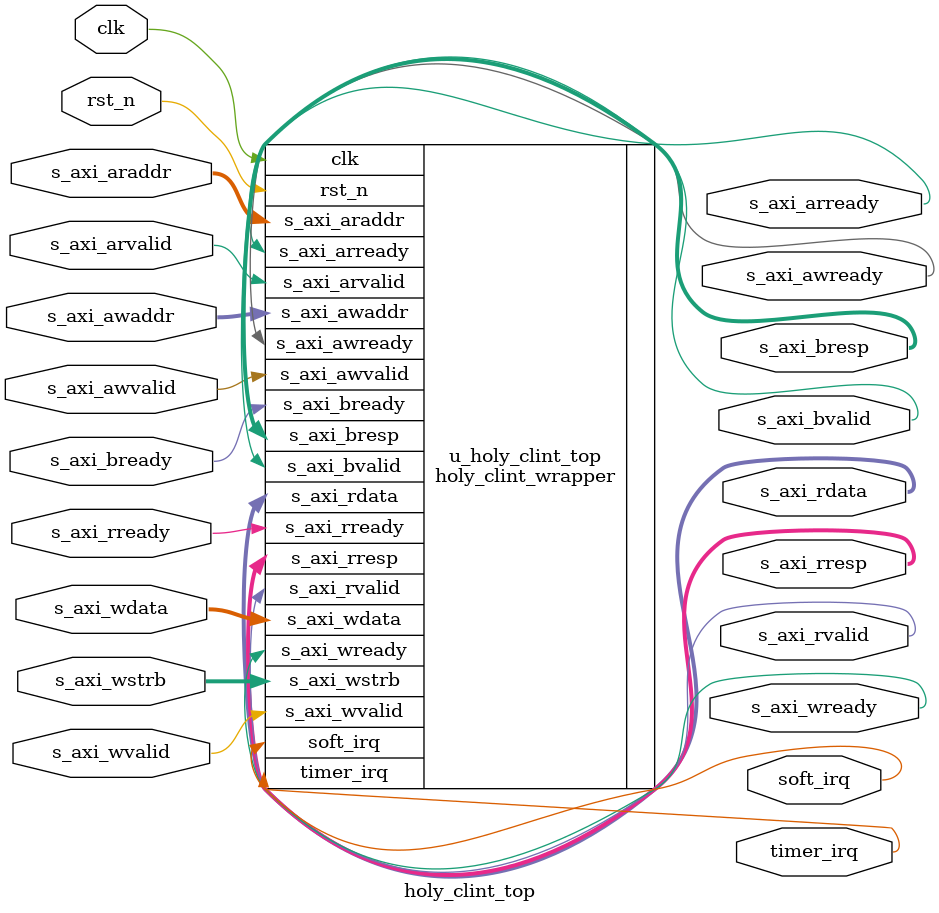
<source format=v>
/**
 *   HOLY_CLINT_AXI_LITE
 *
 *   Author : BRH
 *   Description : Pure Verilog wrapper for the Holy Core CLINT.
 *                 No SystemVerilog features. Ready for Vivado integration.
 */

module holy_clint_top #(
    parameter BASE_ADDR = 32'h0000_0000
)(
    input  wire                  clk,
    input  wire                  rst_n,

    // AXI Lite slave interface
    input  wire [31:0]           s_axi_awaddr,
    input  wire                  s_axi_awvalid,
    output wire                  s_axi_awready,
    input  wire [31:0]           s_axi_wdata,
    input  wire [3:0]            s_axi_wstrb,
    input  wire                  s_axi_wvalid,
    output wire                  s_axi_wready,
    output wire [1:0]            s_axi_bresp,
    output wire                  s_axi_bvalid,
    input  wire                  s_axi_bready,

    input  wire [31:0]           s_axi_araddr,
    input  wire                  s_axi_arvalid,
    output wire                  s_axi_arready,
    output wire [31:0]           s_axi_rdata,
    output wire [1:0]            s_axi_rresp,
    output wire                  s_axi_rvalid,
    input  wire                  s_axi_rready,

    // Interrupt outputs
    output wire                  timer_irq,
    output wire                  soft_irq
);

    // Instantiate stripped-down CLINT module
    holy_clint_wrapper #(
        .BASE_ADDR(BASE_ADDR)
    ) u_holy_clint_top (
        .clk(clk),
        .rst_n(rst_n),

        .s_axi_awaddr(s_axi_awaddr),
        .s_axi_awvalid(s_axi_awvalid),
        .s_axi_awready(s_axi_awready),
        .s_axi_wdata(s_axi_wdata),
        .s_axi_wstrb(s_axi_wstrb),
        .s_axi_wvalid(s_axi_wvalid),
        .s_axi_wready(s_axi_wready),
        .s_axi_bresp(s_axi_bresp),
        .s_axi_bvalid(s_axi_bvalid),
        .s_axi_bready(s_axi_bready),
        .s_axi_araddr(s_axi_araddr),
        .s_axi_arvalid(s_axi_arvalid),
        .s_axi_arready(s_axi_arready),
        .s_axi_rdata(s_axi_rdata),
        .s_axi_rresp(s_axi_rresp),
        .s_axi_rvalid(s_axi_rvalid),
        .s_axi_rready(s_axi_rready),

        .timer_irq(timer_irq),
        .soft_irq(soft_irq)
    );

endmodule

</source>
